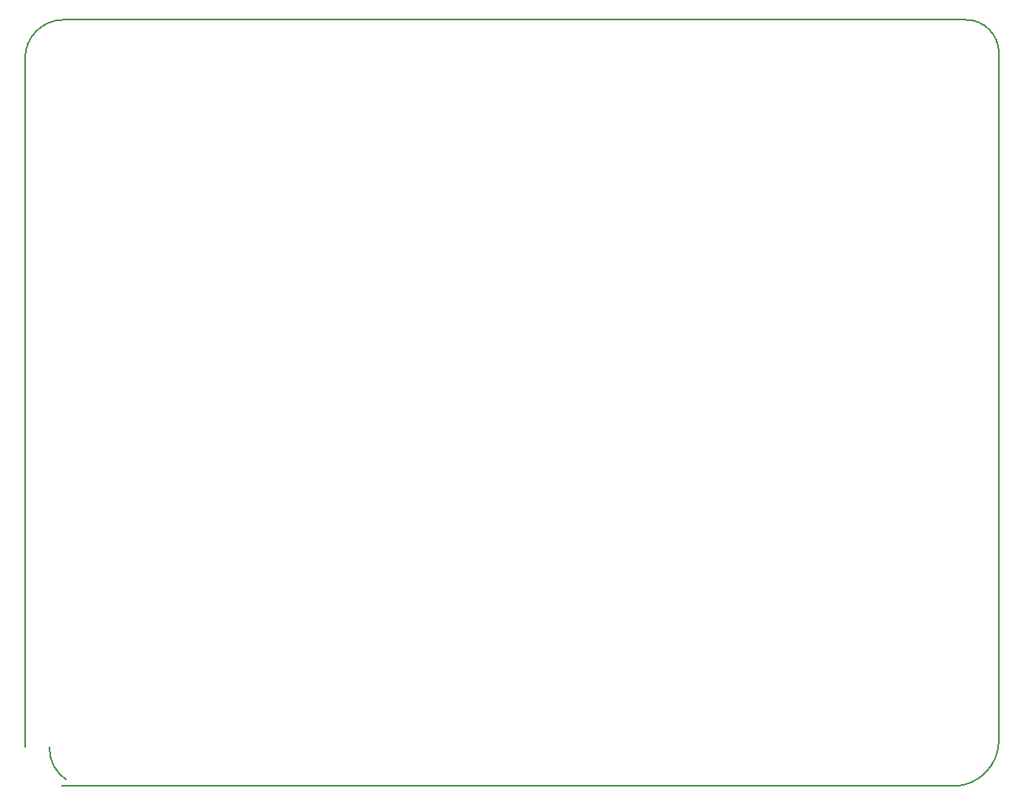
<source format=gm1>
G04*
G04 #@! TF.GenerationSoftware,Altium Limited,Altium Designer,25.5.2 (35)*
G04*
G04 Layer_Color=16711935*
%FSLAX25Y25*%
%MOIN*%
G70*
G04*
G04 #@! TF.SameCoordinates,D66E9047-1B96-4A49-AC18-2C29B9855DE9*
G04*
G04*
G04 #@! TF.FilePolarity,Positive*
G04*
G01*
G75*
%ADD14C,0.00600*%
D14*
Y16000D02*
G03*
X5000Y0I15500J-500D01*
G01*
X371500D02*
G03*
X390000Y19000I-250J18750D01*
G01*
X5500Y315000D02*
G03*
X-10000Y299000I250J-15750D01*
G01*
X390000Y301500D02*
G03*
X376500Y315000I-13500J0D01*
G01*
X-10000Y16000D02*
Y299000D01*
X5000Y0D02*
X371500D01*
X5500Y315000D02*
X376500D01*
X390000Y19000D02*
Y301500D01*
M02*

</source>
